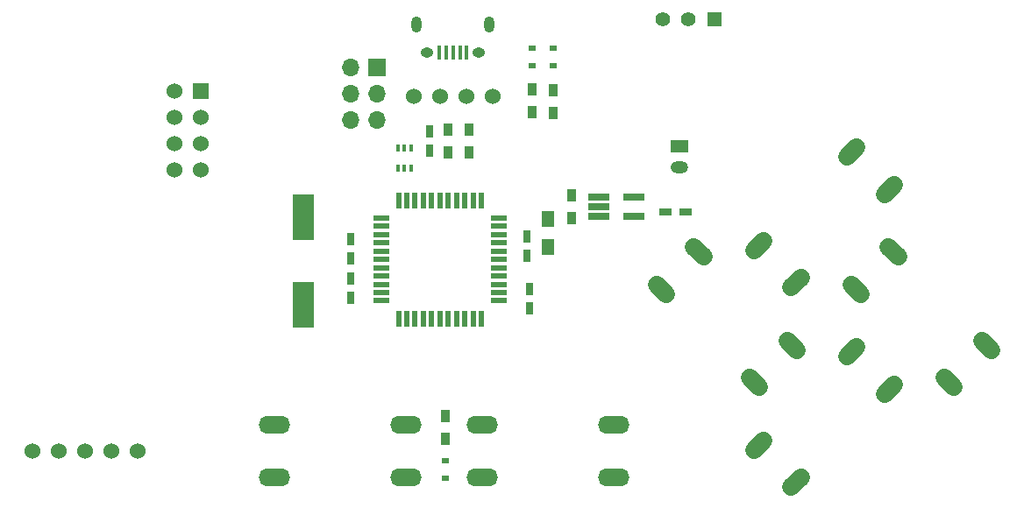
<source format=gbr>
G04 #@! TF.FileFunction,Soldermask,Top*
%FSLAX46Y46*%
G04 Gerber Fmt 4.6, Leading zero omitted, Abs format (unit mm)*
G04 Created by KiCad (PCBNEW 4.0.5) date 03/21/17 19:18:11*
%MOMM*%
%LPD*%
G01*
G04 APERTURE LIST*
%ADD10C,0.100000*%
%ADD11R,1.700000X1.700000*%
%ADD12O,1.700000X1.700000*%
%ADD13R,0.550000X1.500000*%
%ADD14R,1.500000X0.550000*%
%ADD15C,1.727200*%
%ADD16R,0.900000X1.200000*%
%ADD17O,3.048000X1.727200*%
%ADD18R,1.200000X0.750000*%
%ADD19R,0.750000X1.200000*%
%ADD20R,0.800000X0.600000*%
%ADD21R,1.700000X1.200000*%
%ADD22O,1.700000X1.200000*%
%ADD23R,1.300000X1.500000*%
%ADD24R,0.400000X1.350000*%
%ADD25O,1.250000X0.950000*%
%ADD26O,1.000000X1.550000*%
%ADD27R,2.000000X0.650000*%
%ADD28R,1.524000X1.524000*%
%ADD29C,1.524000*%
%ADD30R,0.400000X0.650000*%
%ADD31R,2.000000X4.500000*%
%ADD32R,1.397000X1.397000*%
%ADD33C,1.397000*%
G04 APERTURE END LIST*
D10*
D11*
X84074000Y-144526000D03*
D12*
X81534000Y-144526000D03*
X84074000Y-147066000D03*
X81534000Y-147066000D03*
X84074000Y-149606000D03*
X81534000Y-149606000D03*
D13*
X94170000Y-157368000D03*
X93370000Y-157368000D03*
X92570000Y-157368000D03*
X91770000Y-157368000D03*
X90970000Y-157368000D03*
X90170000Y-157368000D03*
X89370000Y-157368000D03*
X88570000Y-157368000D03*
X87770000Y-157368000D03*
X86970000Y-157368000D03*
X86170000Y-157368000D03*
D14*
X84470000Y-159068000D03*
X84470000Y-159868000D03*
X84470000Y-160668000D03*
X84470000Y-161468000D03*
X84470000Y-162268000D03*
X84470000Y-163068000D03*
X84470000Y-163868000D03*
X84470000Y-164668000D03*
X84470000Y-165468000D03*
X84470000Y-166268000D03*
X84470000Y-167068000D03*
D13*
X86170000Y-168768000D03*
X86970000Y-168768000D03*
X87770000Y-168768000D03*
X88570000Y-168768000D03*
X89370000Y-168768000D03*
X90170000Y-168768000D03*
X90970000Y-168768000D03*
X91770000Y-168768000D03*
X92570000Y-168768000D03*
X93370000Y-168768000D03*
X94170000Y-168768000D03*
D14*
X95870000Y-167068000D03*
X95870000Y-166268000D03*
X95870000Y-165468000D03*
X95870000Y-164668000D03*
X95870000Y-163868000D03*
X95870000Y-163068000D03*
X95870000Y-162268000D03*
X95870000Y-161468000D03*
X95870000Y-160668000D03*
X95870000Y-159868000D03*
X95870000Y-159068000D03*
D15*
X123675206Y-170883104D02*
X124609152Y-171817050D01*
X120083104Y-174475206D02*
X121017050Y-175409152D01*
X114694950Y-161902848D02*
X115628896Y-162836794D01*
X111102848Y-165494950D02*
X112036794Y-166428896D01*
X129481104Y-172488794D02*
X130415050Y-171554848D01*
X133073206Y-176080896D02*
X134007152Y-175146950D01*
X120500848Y-181469050D02*
X121434794Y-180535104D01*
X124092950Y-185061152D02*
X125026896Y-184127206D01*
D16*
X92964000Y-150538000D03*
X92964000Y-152738000D03*
D15*
X130832794Y-166428896D02*
X129898848Y-165494950D01*
X134424896Y-162836794D02*
X133490950Y-161902848D01*
X139813050Y-175409152D02*
X138879104Y-174475206D01*
X143405152Y-171817050D02*
X142471206Y-170883104D01*
X125026896Y-164823206D02*
X124092950Y-165757152D01*
X121434794Y-161231104D02*
X120500848Y-162165050D01*
X134007152Y-155842950D02*
X133073206Y-156776896D01*
X130415050Y-152250848D02*
X129481104Y-153184794D01*
D17*
X94234000Y-184150000D03*
X94234000Y-179070000D03*
X106934000Y-184150000D03*
X106934000Y-179070000D03*
X74168000Y-184150000D03*
X74168000Y-179070000D03*
X86868000Y-184150000D03*
X86868000Y-179070000D03*
D18*
X111953000Y-158496000D03*
X113853000Y-158496000D03*
D19*
X81534000Y-166812000D03*
X81534000Y-164912000D03*
X81534000Y-161102000D03*
X81534000Y-163002000D03*
X89154000Y-150688000D03*
X89154000Y-152588000D03*
X98552000Y-162748000D03*
X98552000Y-160848000D03*
X98806000Y-165928000D03*
X98806000Y-167828000D03*
D20*
X99060000Y-144360000D03*
X99060000Y-142660000D03*
X101092000Y-142660000D03*
X101092000Y-144360000D03*
X90678000Y-184238000D03*
X90678000Y-182538000D03*
D21*
X113284000Y-152146000D03*
D22*
X113284000Y-154146000D03*
D23*
X100584000Y-161878000D03*
X100584000Y-159178000D03*
D24*
X92740000Y-143082000D03*
X92090000Y-143082000D03*
X91440000Y-143082000D03*
X90790000Y-143082000D03*
X90140000Y-143082000D03*
D25*
X93940000Y-143082000D03*
X88940000Y-143082000D03*
D26*
X94940000Y-140382000D03*
X87940000Y-140382000D03*
D16*
X99060000Y-148801000D03*
X99060000Y-146601000D03*
X101092000Y-146728000D03*
X101092000Y-148928000D03*
X102870000Y-156888000D03*
X102870000Y-159088000D03*
X90932000Y-150538000D03*
X90932000Y-152738000D03*
X90678000Y-180424000D03*
X90678000Y-178224000D03*
D27*
X105478000Y-157038000D03*
X105478000Y-157988000D03*
X105478000Y-158938000D03*
X108898000Y-158938000D03*
X108898000Y-157038000D03*
D28*
X67056000Y-146812000D03*
D29*
X64516000Y-146812000D03*
X67056000Y-149352000D03*
X64516000Y-149352000D03*
X67056000Y-151892000D03*
X64516000Y-151892000D03*
X67056000Y-154432000D03*
X64516000Y-154432000D03*
D30*
X87391000Y-152339000D03*
X86091000Y-152339000D03*
X86741000Y-154239000D03*
X86741000Y-152339000D03*
X86091000Y-154239000D03*
X87391000Y-154239000D03*
D31*
X76962000Y-158945000D03*
X76962000Y-167445000D03*
D29*
X50800000Y-181610000D03*
X53340000Y-181610000D03*
X55880000Y-181610000D03*
X58420000Y-181610000D03*
X60960000Y-181610000D03*
X87630000Y-147320000D03*
X90170000Y-147320000D03*
X92710000Y-147320000D03*
X95250000Y-147320000D03*
D32*
X116673000Y-139827000D03*
D33*
X114173000Y-139827000D03*
X111673000Y-139827000D03*
M02*

</source>
